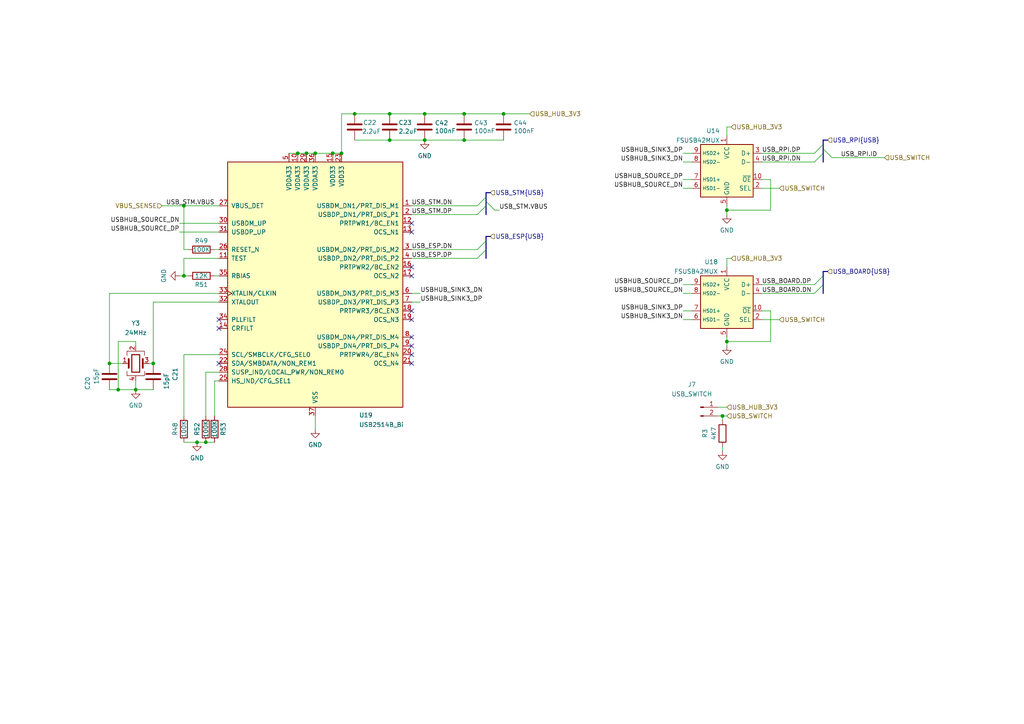
<source format=kicad_sch>
(kicad_sch (version 20211123) (generator eeschema)
  (paper "A4")
  (lib_symbols
    (symbol "Connector:Conn_01x02_Male" (pin_names (offset 1.016) hide)
      (property "Reference" "J" (at 0 2.54 0))
      (property "Value" "Conn_01x02_Male" (at 0 -5.08 0))
      (symbol "Conn_01x02_Male_1_1"
        (polyline (pts (xy 1.27 -2.54) (xy 0.8636 -2.54)) (stroke (width 0.1524)))
        (polyline (pts (xy 1.27 0) (xy 0.8636 0)) (stroke (width 0.1524)))
        (rectangle (start 0.8636 -2.413) (end 0 -2.667) (stroke (width 0.1524)) (fill (type outline)))
        (rectangle (start 0.8636 0.127) (end 0 -0.127) (stroke (width 0.1524)) (fill (type outline)))
        (pin passive line (at 5.08 0 180) (length 3.81) (name "Pin_1") (number "1"))
        (pin passive line (at 5.08 -2.54 180) (length 3.81) (name "Pin_2") (number "2"))
      )
    )
    (symbol "Device:C" (pin_numbers hide) (pin_names (offset 0.254))
      (property "Reference" "C" (at 0.635 2.54 0))
      (property "Value" "C" (at 0.635 -2.54 0))
      (symbol "C_0_1"
        (polyline (pts (xy -2.032 -0.762) (xy 2.032 -0.762)) (stroke (width 0.508)))
        (polyline (pts (xy -2.032 0.762) (xy 2.032 0.762)) (stroke (width 0.508)))
      )
      (symbol "C_1_1"
        (pin passive line (at 0 3.81 270) (length 2.794) (name "~") (number "1"))
        (pin passive line (at 0 -3.81 90) (length 2.794) (name "~") (number "2"))
      )
    )
    (symbol "Device:Crystal_GND24" (pin_names (offset 1.016) hide)
      (property "Reference" "Y" (at 3.175 5.08 0))
      (property "Value" "Crystal_GND24" (at 3.175 3.175 0))
      (symbol "Crystal_GND24_0_1"
        (rectangle (start -1.143 2.54) (end 1.143 -2.54) (stroke (width 0.3048)))
        (polyline (pts (xy -2.54 0) (xy -2.032 0)))
        (polyline (pts (xy -2.032 -1.27) (xy -2.032 1.27)) (stroke (width 0.508)))
        (polyline (pts (xy 0 -3.81) (xy 0 -3.556)))
        (polyline (pts (xy 0 3.556) (xy 0 3.81)))
        (polyline (pts (xy 2.032 -1.27) (xy 2.032 1.27)) (stroke (width 0.508)))
        (polyline (pts (xy 2.032 0) (xy 2.54 0)))
        (polyline (pts (xy -2.54 -2.286) (xy -2.54 -3.556) (xy 2.54 -3.556) (xy 2.54 -2.286)))
        (polyline (pts (xy -2.54 2.286) (xy -2.54 3.556) (xy 2.54 3.556) (xy 2.54 2.286)))
      )
      (symbol "Crystal_GND24_1_1"
        (pin passive line (at -3.81 0 0) (length 1.27) (name "1") (number "1"))
        (pin passive line (at 0 5.08 270) (length 1.27) (name "2") (number "2"))
        (pin passive line (at 3.81 0 180) (length 1.27) (name "3") (number "3"))
        (pin passive line (at 0 -5.08 90) (length 1.27) (name "4") (number "4"))
      )
    )
    (symbol "Device:R" (pin_numbers hide) (pin_names (offset 0))
      (property "Reference" "R" (at 2.032 0 90))
      (property "Value" "R" (at 0 0 90))
      (symbol "R_0_1"
        (rectangle (start -1.016 -2.54) (end 1.016 2.54) (stroke (width 0.254)))
      )
      (symbol "R_1_1"
        (pin passive line (at 0 3.81 270) (length 1.27) (name "~") (number "1"))
        (pin passive line (at 0 -3.81 90) (length 1.27) (name "~") (number "2"))
      )
    )
    (symbol "Interface_USB:FSUSB42MUX"
      (property "Reference" "U" (at -6.35 8.89 0))
      (property "Value" "FSUSB42MUX" (at 7.62 8.89 0))
      (symbol "FSUSB42MUX_0_1"
        (rectangle (start 7.62 7.62) (end -7.62 -7.62) (stroke (width 0.254)) (fill (type background)))
      )
      (symbol "FSUSB42MUX_1_1"
        (pin power_in line (at 0 10.16 270) (length 2.54) (name "VCC") (number "1"))
        (pin input line (at -10.16 -2.54 0) (length 2.54) (name "~{OE}") (number "10"))
        (pin input line (at -10.16 -5.08 0) (length 2.54) (name "SEL") (number "2"))
        (pin bidirectional line (at -10.16 5.08 0) (length 2.54) (name "D+") (number "3"))
        (pin bidirectional line (at -10.16 2.54 0) (length 2.54) (name "D-") (number "4"))
        (pin power_in line (at 0 -10.16 90) (length 2.54) (name "GND") (number "5"))
        (pin bidirectional line (at 10.16 -5.08 180) (length 2.54) (name "HSD1-") (number "6"))
        (pin bidirectional line (at 10.16 -2.54 180) (length 2.54) (name "HSD1+") (number "7"))
        (pin bidirectional line (at 10.16 2.54 180) (length 2.54) (name "HSD2-") (number "8"))
        (pin bidirectional line (at 10.16 5.08 180) (length 2.54) (name "HSD2+") (number "9"))
      )
    )
    (symbol "Interface_USB:USB2514B_Bi" (pin_names (offset 1.016))
      (property "Reference" "U" (at -17.78 40.64 0))
      (property "Value" "USB2514B_Bi" (at -20.32 38.1 0))
      (symbol "USB2514B_Bi_0_1"
        (rectangle (start -25.4 35.56) (end 25.4 -35.56) (stroke (width 0.254)) (fill (type background)))
      )
      (symbol "USB2514B_Bi_1_1"
        (pin bidirectional line (at 27.94 22.86 180) (length 2.54) (name "USBDM_DN1/PRT_DIS_M1") (number "1"))
        (pin power_in line (at -5.08 38.1 270) (length 2.54) (name "VDDA33") (number "10"))
        (pin input line (at -27.94 7.62 0) (length 2.54) (name "TEST") (number "11"))
        (pin bidirectional line (at 27.94 17.78 180) (length 2.54) (name "PRTPWR1/BC_EN1") (number "12"))
        (pin input line (at 27.94 15.24 180) (length 2.54) (name "OCS_N1") (number "13"))
        (pin input line (at -27.94 -12.7 0) (length 2.54) (name "CRFILT") (number "14"))
        (pin power_in line (at 5.08 38.1 270) (length 2.54) (name "VDD33") (number "15"))
        (pin bidirectional line (at 27.94 5.08 180) (length 2.54) (name "PRTPWR2/BC_EN2") (number "16"))
        (pin input line (at 27.94 2.54 180) (length 2.54) (name "OCS_N2") (number "17"))
        (pin bidirectional line (at 27.94 -7.62 180) (length 2.54) (name "PRTPWR3/BC_EN3") (number "18"))
        (pin input line (at 27.94 -10.16 180) (length 2.54) (name "OCS_N3") (number "19"))
        (pin bidirectional line (at 27.94 20.32 180) (length 2.54) (name "USBDP_DN1/PRT_DIS_P1") (number "2"))
        (pin bidirectional line (at 27.94 -20.32 180) (length 2.54) (name "PRTPWR4/BC_EN4") (number "20"))
        (pin input line (at 27.94 -22.86 180) (length 2.54) (name "OCS_N4") (number "21"))
        (pin bidirectional line (at -27.94 -22.86 0) (length 2.54) (name "SDA/SMBDATA/NON_REM1") (number "22"))
        (pin power_in line (at 7.62 38.1 270) (length 2.54) (name "VDD33") (number "23"))
        (pin bidirectional line (at -27.94 -20.32 0) (length 2.54) (name "SCL/SMBCLK/CFG_SEL0") (number "24"))
        (pin bidirectional line (at -27.94 -27.94 0) (length 2.54) (name "HS_IND/CFG_SEL1") (number "25"))
        (pin input line (at -27.94 10.16 0) (length 2.54) (name "RESET_N") (number "26"))
        (pin input line (at -27.94 22.86 0) (length 2.54) (name "VBUS_DET") (number "27"))
        (pin bidirectional line (at -27.94 -25.4 0) (length 2.54) (name "SUSP_IND/LOCAL_PWR/NON_REM0") (number "28"))
        (pin power_in line (at -2.54 38.1 270) (length 2.54) (name "VDDA33") (number "29"))
        (pin bidirectional line (at 27.94 10.16 180) (length 2.54) (name "USBDM_DN2/PRT_DIS_M2") (number "3"))
        (pin bidirectional line (at -27.94 17.78 0) (length 2.54) (name "USBDM_UP") (number "30"))
        (pin bidirectional line (at -27.94 15.24 0) (length 2.54) (name "USBDP_UP") (number "31"))
        (pin output line (at -27.94 -5.08 0) (length 2.54) (name "XTALOUT") (number "32"))
        (pin input clock (at -27.94 -2.54 0) (length 2.54) (name "XTALIN/CLKIN") (number "33"))
        (pin input line (at -27.94 -10.16 0) (length 2.54) (name "PLLFILT") (number "34"))
        (pin input line (at -27.94 2.54 0) (length 2.54) (name "RBIAS") (number "35"))
        (pin power_in line (at 0 38.1 270) (length 2.54) (name "VDDA33") (number "36"))
        (pin power_in line (at 0 -38.1 90) (length 2.54) (name "VSS") (number "37"))
        (pin bidirectional line (at 27.94 7.62 180) (length 2.54) (name "USBDP_DN2/PRT_DIS_P2") (number "4"))
        (pin power_in line (at -7.62 38.1 270) (length 2.54) (name "VDDA33") (number "5"))
        (pin bidirectional line (at 27.94 -2.54 180) (length 2.54) (name "USBDM_DN3/PRT_DIS_M3") (number "6"))
        (pin bidirectional line (at 27.94 -5.08 180) (length 2.54) (name "USBDP_DN3/PRT_DIS_P3") (number "7"))
        (pin bidirectional line (at 27.94 -15.24 180) (length 2.54) (name "USBDM_DN4/PRT_DIS_M4") (number "8"))
        (pin bidirectional line (at 27.94 -17.78 180) (length 2.54) (name "USBDP_DN4/PRT_DIS_P4") (number "9"))
      )
    )
    (symbol "power:GND" (power) (pin_names (offset 0))
      (property "Value" "GND" (at 0 -3.81 0))
      (symbol "GND_0_1"
        (polyline (pts (xy 0 0) (xy 0 -1.27) (xy 1.27 -1.27) (xy 0 -2.54) (xy -1.27 -1.27) (xy 0 -1.27)))
      )
      (symbol "GND_1_1"
        (pin power_in line (at 0 0 270) (length 0) hide (name "GND") (number "1"))
      )
    )
  )
  (junction (at 53.34 80.01))
  (junction (at 96.52 44.45))
  (junction (at 123.19 33.02))
  (junction (at 57.15 128.27))
  (junction (at 134.62 40.64))
  (junction (at 146.05 33.02))
  (junction (at 102.87 33.02))
  (junction (at 44.45 105.41))
  (junction (at 99.06 44.45))
  (junction (at 59.69 128.27))
  (junction (at 210.82 60.96))
  (junction (at 123.19 40.64))
  (junction (at 39.37 113.03))
  (junction (at 31.75 105.41))
  (junction (at 113.03 40.64))
  (junction (at 210.82 99.06))
  (junction (at 86.36 44.45))
  (junction (at 53.34 59.69))
  (junction (at 113.03 33.02))
  (junction (at 134.62 33.02))
  (junction (at 88.9 44.45))
  (junction (at 91.44 44.45))
  (junction (at 209.55 120.65))
  (junction (at 34.29 113.03))
  (no_connect (at 119.38 97.79))
  (no_connect (at 119.38 100.33))
  (no_connect (at 119.38 80.01))
  (no_connect (at 119.38 77.47))
  (no_connect (at 63.5 105.41))
  (no_connect (at 119.38 64.77))
  (no_connect (at 119.38 67.31))
  (no_connect (at 119.38 92.71))
  (no_connect (at 119.38 102.87))
  (no_connect (at 119.38 105.41))
  (no_connect (at 119.38 90.17))
  (no_connect (at 63.5 95.25))
  (no_connect (at 63.5 92.71))
  (bus_entry (at 140.97 57.15) (size -2.54 2.54))
  (bus_entry (at 238.76 80.01) (size -2.54 2.54))
  (bus_entry (at 140.97 59.69) (size -2.54 2.54))
  (bus_entry (at 140.97 69.85) (size -2.54 2.54))
  (bus_entry (at 238.76 82.55) (size -2.54 2.54))
  (bus_entry (at 238.76 44.45) (size -2.54 2.54))
  (bus_entry (at 140.97 72.39) (size -2.54 2.54))
  (bus_entry (at 238.76 41.91) (size -2.54 2.54))
  (bus_entry (at 238.76 43.18) (size 2.54 2.54))
  (bus_entry (at 140.97 58.42) (size 2.54 2.54))
  (wire (pts (xy 208.28 120.65) (xy 209.55 120.65)))
  (wire (pts (xy 46.99 59.69) (xy 53.34 59.69)))
  (wire (pts (xy 53.34 128.27) (xy 57.15 128.27)))
  (wire (pts (xy 210.82 99.06) (xy 210.82 100.33)))
  (wire (pts (xy 208.28 118.11) (xy 210.82 118.11)))
  (wire (pts (xy 210.82 36.83) (xy 210.82 39.37)))
  (wire (pts (xy 223.52 99.06) (xy 210.82 99.06)))
  (wire (pts (xy 53.34 120.65) (xy 53.34 102.87)))
  (wire (pts (xy 43.18 105.41) (xy 44.45 105.41)))
  (wire (pts (xy 86.36 44.45) (xy 88.9 44.45)))
  (wire (pts (xy 220.98 54.61) (xy 226.06 54.61)))
  (wire (pts (xy 209.55 120.65) (xy 209.55 121.92)))
  (wire (pts (xy 99.06 33.02) (xy 102.87 33.02)))
  (wire (pts (xy 44.45 87.63) (xy 63.5 87.63)))
  (wire (pts (xy 52.07 67.31) (xy 63.5 67.31)))
  (wire (pts (xy 53.34 80.01) (xy 54.61 80.01)))
  (wire (pts (xy 198.12 82.55) (xy 200.66 82.55)))
  (wire (pts (xy 119.38 72.39) (xy 138.43 72.39)))
  (bus (pts (xy 238.76 40.64) (xy 240.03 40.64)))
  (bus (pts (xy 238.76 80.01) (xy 238.76 82.55)))
  (wire (pts (xy 119.38 59.69) (xy 138.43 59.69)))
  (wire (pts (xy 39.37 110.49) (xy 39.37 113.03)))
  (wire (pts (xy 212.09 74.93) (xy 210.82 74.93)))
  (wire (pts (xy 113.03 33.02) (xy 123.19 33.02)))
  (wire (pts (xy 220.98 44.45) (xy 236.22 44.45)))
  (wire (pts (xy 210.82 59.69) (xy 210.82 60.96)))
  (wire (pts (xy 53.34 59.69) (xy 63.5 59.69)))
  (wire (pts (xy 53.34 72.39) (xy 53.34 59.69)))
  (wire (pts (xy 62.23 80.01) (xy 63.5 80.01)))
  (wire (pts (xy 198.12 85.09) (xy 200.66 85.09)))
  (bus (pts (xy 140.97 74.93) (xy 140.97 72.39)))
  (wire (pts (xy 96.52 44.45) (xy 99.06 44.45)))
  (wire (pts (xy 31.75 85.09) (xy 63.5 85.09)))
  (bus (pts (xy 140.97 55.88) (xy 142.24 55.88)))
  (wire (pts (xy 34.29 99.06) (xy 34.29 113.03)))
  (wire (pts (xy 198.12 52.07) (xy 200.66 52.07)))
  (wire (pts (xy 59.69 120.65) (xy 59.69 107.95)))
  (wire (pts (xy 210.82 74.93) (xy 210.82 77.47)))
  (wire (pts (xy 53.34 74.93) (xy 53.34 80.01)))
  (wire (pts (xy 146.05 33.02) (xy 153.67 33.02)))
  (wire (pts (xy 119.38 87.63) (xy 121.92 87.63)))
  (wire (pts (xy 209.55 130.81) (xy 209.55 129.54)))
  (wire (pts (xy 52.07 80.01) (xy 53.34 80.01)))
  (wire (pts (xy 39.37 100.33) (xy 39.37 99.06)))
  (wire (pts (xy 31.75 105.41) (xy 35.56 105.41)))
  (wire (pts (xy 198.12 92.71) (xy 200.66 92.71)))
  (wire (pts (xy 62.23 120.65) (xy 62.23 110.49)))
  (wire (pts (xy 102.87 33.02) (xy 113.03 33.02)))
  (wire (pts (xy 59.69 107.95) (xy 63.5 107.95)))
  (bus (pts (xy 238.76 78.74) (xy 240.03 78.74)))
  (bus (pts (xy 140.97 69.85) (xy 140.97 68.58)))
  (wire (pts (xy 44.45 87.63) (xy 44.45 105.41)))
  (wire (pts (xy 119.38 62.23) (xy 138.43 62.23)))
  (wire (pts (xy 39.37 99.06) (xy 34.29 99.06)))
  (bus (pts (xy 238.76 40.64) (xy 238.76 41.91)))
  (wire (pts (xy 220.98 46.99) (xy 236.22 46.99)))
  (wire (pts (xy 34.29 113.03) (xy 39.37 113.03)))
  (bus (pts (xy 140.97 59.69) (xy 140.97 58.42)))
  (wire (pts (xy 99.06 44.45) (xy 99.06 33.02)))
  (wire (pts (xy 223.52 60.96) (xy 210.82 60.96)))
  (wire (pts (xy 134.62 33.02) (xy 146.05 33.02)))
  (bus (pts (xy 238.76 43.18) (xy 238.76 44.45)))
  (wire (pts (xy 102.87 40.64) (xy 113.03 40.64)))
  (wire (pts (xy 54.61 72.39) (xy 53.34 72.39)))
  (wire (pts (xy 59.69 128.27) (xy 62.23 128.27)))
  (wire (pts (xy 39.37 113.03) (xy 44.45 113.03)))
  (wire (pts (xy 209.55 120.65) (xy 210.82 120.65)))
  (wire (pts (xy 210.82 60.96) (xy 210.82 62.23)))
  (wire (pts (xy 210.82 97.79) (xy 210.82 99.06)))
  (wire (pts (xy 91.44 120.65) (xy 91.44 124.46)))
  (wire (pts (xy 119.38 74.93) (xy 138.43 74.93)))
  (bus (pts (xy 238.76 82.55) (xy 238.76 85.09)))
  (wire (pts (xy 31.75 85.09) (xy 31.75 105.41)))
  (wire (pts (xy 62.23 110.49) (xy 63.5 110.49)))
  (wire (pts (xy 113.03 40.64) (xy 123.19 40.64)))
  (wire (pts (xy 31.75 113.03) (xy 34.29 113.03)))
  (wire (pts (xy 52.07 64.77) (xy 63.5 64.77)))
  (wire (pts (xy 119.38 85.09) (xy 121.92 85.09)))
  (wire (pts (xy 53.34 74.93) (xy 63.5 74.93)))
  (wire (pts (xy 220.98 90.17) (xy 223.52 90.17)))
  (bus (pts (xy 140.97 72.39) (xy 140.97 69.85)))
  (wire (pts (xy 198.12 90.17) (xy 200.66 90.17)))
  (wire (pts (xy 88.9 44.45) (xy 91.44 44.45)))
  (wire (pts (xy 53.34 102.87) (xy 63.5 102.87)))
  (wire (pts (xy 143.51 60.96) (xy 144.78 60.96)))
  (wire (pts (xy 198.12 46.99) (xy 200.66 46.99)))
  (wire (pts (xy 223.52 60.96) (xy 223.52 52.07)))
  (bus (pts (xy 140.97 58.42) (xy 140.97 57.15)))
  (bus (pts (xy 238.76 46.99) (xy 238.76 44.45)))
  (bus (pts (xy 140.97 62.23) (xy 140.97 59.69)))
  (bus (pts (xy 238.76 41.91) (xy 238.76 43.18)))
  (wire (pts (xy 57.15 128.27) (xy 59.69 128.27)))
  (wire (pts (xy 212.09 36.83) (xy 210.82 36.83)))
  (wire (pts (xy 220.98 85.09) (xy 236.22 85.09)))
  (wire (pts (xy 198.12 44.45) (xy 200.66 44.45)))
  (wire (pts (xy 241.3 45.72) (xy 256.54 45.72)))
  (wire (pts (xy 83.82 44.45) (xy 86.36 44.45)))
  (wire (pts (xy 123.19 33.02) (xy 134.62 33.02)))
  (wire (pts (xy 62.23 72.39) (xy 63.5 72.39)))
  (wire (pts (xy 220.98 92.71) (xy 226.06 92.71)))
  (wire (pts (xy 220.98 82.55) (xy 236.22 82.55)))
  (wire (pts (xy 223.52 52.07) (xy 220.98 52.07)))
  (bus (pts (xy 238.76 78.74) (xy 238.76 80.01)))
  (wire (pts (xy 223.52 99.06) (xy 223.52 90.17)))
  (bus (pts (xy 140.97 68.58) (xy 142.24 68.58)))
  (wire (pts (xy 91.44 44.45) (xy 96.52 44.45)))
  (wire (pts (xy 134.62 40.64) (xy 146.05 40.64)))
  (wire (pts (xy 123.19 40.64) (xy 134.62 40.64)))
  (bus (pts (xy 140.97 57.15) (xy 140.97 55.88)))
  (wire (pts (xy 198.12 54.61) (xy 200.66 54.61)))
  (label "USB_ESP.DP" (at 119.38 74.93 0))
  (label "USB_STM.VBUS" (at 62.23 59.69 180))
  (label "USBHUB_SOURCE_DP" (at 198.12 82.55 180))
  (label "USBHUB_SOURCE_DN" (at 198.12 54.61 180))
  (label "USB_BOARD.DN" (at 220.98 85.09 0))
  (label "USB_BOARD.DP" (at 220.98 82.55 0))
  (label "USBHUB_SINK3_DN" (at 198.12 46.99 180))
  (label "USBHUB_SOURCE_DN" (at 198.12 85.09 180))
  (label "USB_RPI.ID" (at 243.84 45.72 0))
  (label "USB_RPI.DP" (at 220.98 44.45 0))
  (label "USBHUB_SOURCE_DP" (at 52.07 67.31 180))
  (label "USB_STM.DP" (at 119.38 62.23 0))
  (label "USBHUB_SINK3_DN" (at 121.92 85.09 0))
  (label "USB_RPI.DN" (at 220.98 46.99 0))
  (label "USBHUB_SOURCE_DN" (at 52.07 64.77 180))
  (label "USBHUB_SINK3_DP" (at 198.12 44.45 180))
  (label "USB_STM.VBUS" (at 144.78 60.96 0))
  (label "USB_STM.DN" (at 119.38 59.69 0))
  (label "USBHUB_SINK3_DP" (at 121.92 87.63 0))
  (label "USBHUB_SINK3_DN" (at 198.12 92.71 180))
  (label "USBHUB_SINK3_DP" (at 198.12 90.17 180))
  (label "USBHUB_SOURCE_DP" (at 198.12 52.07 180))
  (label "USB_ESP.DN" (at 119.38 72.39 0))
  (hierarchical_label "USB_HUB_3V3" (shape input) (at 212.09 74.93 0))
  (hierarchical_label "USB_SWITCH" (shape input) (at 256.54 45.72 0))
  (hierarchical_label "USB_STM{USB}" (shape input) (at 142.24 55.88 0))
  (hierarchical_label "USB_HUB_3V3" (shape input) (at 210.82 118.11 0))
  (hierarchical_label "USB_SWITCH" (shape input) (at 226.06 92.71 0))
  (hierarchical_label "VBUS_SENSE" (shape input) (at 46.99 59.69 180))
  (hierarchical_label "USB_HUB_3V3" (shape input) (at 212.09 36.83 0))
  (hierarchical_label "USB_HUB_3V3" (shape input) (at 153.67 33.02 0))
  (hierarchical_label "USB_RPI{USB}" (shape input) (at 240.03 40.64 0))
  (hierarchical_label "USB_SWITCH" (shape input) (at 210.82 120.65 0))
  (hierarchical_label "USB_SWITCH" (shape input) (at 226.06 54.61 0))
  (hierarchical_label "USB_ESP{USB}" (shape input) (at 142.24 68.58 0))
  (hierarchical_label "USB_BOARD{USB}" (shape input) (at 240.03 78.74 0))
  (symbol (lib_id "Device:R") (at 59.69 124.46 0) (unit 1)
    (property "Reference" "R52" (at 57.15 124.46 90))
    (property "Value" "100K" (at 59.69 124.46 90))
    (property "Footprint" "Resistor_SMD:R_0402_1005Metric" (effects hide))
    (property "Manufacturer_Part_Number" "0402WGF100KTCE" (effects hide))
  )
  (symbol (lib_id "Device:R") (at 58.42 72.39 270) (unit 1)
    (property "Reference" "R49" (at 58.42 69.85 90))
    (property "Value" "100K" (at 58.42 72.39 90))
    (property "Footprint" "Resistor_SMD:R_0402_1005Metric" (effects hide))
    (property "Manufacturer_Part_Number" "0402WGF100KTCE" (effects hide))
  )
  (symbol (lib_id "Interface_USB:USB2514B_Bi") (at 91.44 82.55 0) (unit 1)
    (property "Reference" "U19" (at 104.14 120.4149 0) (effects (justify left)))
    (property "Value" "USB2514B_Bi" (at 104.14 123.19 0) (effects (justify left)))
    (property "Footprint" "Package_DFN_QFN:QFN-36-1EP_6x6mm_P0.5mm_EP3.7x3.7mm" (effects hide))
    (property "Datasheet" "http://ww1.microchip.com/downloads/en/DeviceDoc/00001692C.pdf" (effects hide))
    (property "Manufacturer_Part_Number" "USB2514B-AEZC-TR" (effects hide))
  )
  (symbol (lib_id "Device:R") (at 53.34 124.46 0) (unit 1)
    (property "Reference" "R48" (at 50.8 124.46 90))
    (property "Value" "100K" (at 53.34 124.46 90))
    (property "Footprint" "Resistor_SMD:R_0402_1005Metric" (effects hide))
    (property "Manufacturer_Part_Number" "0402WGF100KTCE" (effects hide))
  )
  (symbol (lib_id "Interface_USB:FSUSB42MUX") (at 210.82 87.63 0) (mirror y) (unit 1)
    (property "Reference" "U18" (at 208.28 75.9649 0) (effects (justify left)))
    (property "Value" "FSUSB42MUX" (at 208.28 78.74 0) (effects (justify left)))
    (property "Footprint" "Package_DFN_QFN:UQFN-10_1.4x1.8mm_P0.4mm" (effects hide))
    (property "Datasheet" "https://www.onsemi.com/pub/Collateral/FSUSB42-D.PDF" (effects hide))
    (property "Manufacturer_Part_Number" "FSUSB42UMX" (effects hide))
  )
  (symbol (lib_id "power:GND") (at 57.15 128.27 0) (unit 1)
    (property "Reference" "#PWR0154" (effects hide))
    (property "Value" "GND" (at 57.15 132.8325 0))
  )
  (symbol (lib_id "Device:R") (at 209.55 125.73 0) (unit 1)
    (property "Reference" "R3" (at 204.47 125.73 90))
    (property "Value" "4K7" (at 207.01 125.73 90))
    (property "Footprint" "Resistor_SMD:R_0402_1005Metric" (effects hide))
    (property "Manufacturer_Part_Number" "0402WGF4701TCE" (effects hide))
  )
  (symbol (lib_id "Device:R") (at 62.23 124.46 180) (unit 1)
    (property "Reference" "R53" (at 64.77 124.46 90))
    (property "Value" "100K" (at 62.23 124.46 90))
    (property "Footprint" "Resistor_SMD:R_0402_1005Metric" (effects hide))
    (property "Manufacturer_Part_Number" "0402WGF100KTCE" (effects hide))
  )
  (symbol (lib_id "power:GND") (at 39.37 113.03 0) (unit 1)
    (property "Reference" "#PWR0155" (effects hide))
    (property "Value" "GND" (at 39.37 117.5925 0))
  )
  (symbol (lib_id "Device:C") (at 113.03 36.83 0) (unit 1)
    (property "Reference" "C23" (at 115.57 35.56 0) (effects (justify left)))
    (property "Value" "2.2uF" (at 115.57 38.1 0) (effects (justify left)))
    (property "Footprint" "Capacitor_SMD:C_0402_1005Metric" (effects hide))
    (property "Manufacturer_Part_Number" "CL05A225MQ5NSNC" (effects hide))
  )
  (symbol (lib_id "power:GND") (at 210.82 62.23 0) (unit 1)
    (property "Reference" "#PWR0106" (effects hide))
    (property "Value" "GND" (at 210.82 66.7925 0))
  )
  (symbol (lib_id "Device:C") (at 44.45 109.22 0) (unit 1)
    (property "Reference" "C21" (at 50.8 110.49 90) (effects (justify left)))
    (property "Value" "15pF" (at 48.26 113.03 90) (effects (justify left)))
    (property "Footprint" "Capacitor_SMD:C_0402_1005Metric" (effects hide))
    (property "Manufacturer_Part_Number" "0402CG150J500NT" (effects hide))
  )
  (symbol (lib_id "Connector:Conn_01x02_Male") (at 203.2 118.11 0) (unit 1)
    (property "Reference" "J7" (at 200.66 111.5249 0))
    (property "Value" "USB_SWITCH" (at 200.66 114.3 0))
    (property "Footprint" "Connector_PinHeader_2.54mm:PinHeader_1x02_P2.54mm_Vertical" (effects hide))
  )
  (symbol (lib_id "Device:Crystal_GND24") (at 39.37 105.41 0) (unit 1)
    (property "Reference" "Y3" (at 39.37 93.7449 0))
    (property "Value" "24MHz" (at 39.37 96.52 0))
    (property "Footprint" "Crystal:Crystal_SMD_2016-4Pin_2.0x1.6mm" (effects hide))
    (property "Manufacturer_Part_Number" "OT201624MJBA4SL" (effects hide))
  )
  (symbol (lib_id "Device:C") (at 146.05 36.83 0) (unit 1)
    (property "Reference" "C44" (at 148.971 35.6616 0) (effects (justify left)))
    (property "Value" "100nF" (at 148.971 37.973 0) (effects (justify left)))
    (property "Footprint" "Capacitor_SMD:C_0402_1005Metric" (effects hide))
    (property "Manufacturer_Part_Number" "CL05B104KB54PNC" (effects hide))
  )
  (symbol (lib_id "Device:C") (at 102.87 36.83 180) (unit 1)
    (property "Reference" "C22" (at 109.22 35.56 0) (effects (justify left)))
    (property "Value" "2.2uF" (at 110.49 38.1 0) (effects (justify left)))
    (property "Footprint" "Capacitor_SMD:C_0402_1005Metric" (effects hide))
    (property "Manufacturer_Part_Number" "CL05A225MQ5NSNC" (effects hide))
  )
  (symbol (lib_id "Device:C") (at 31.75 109.22 180) (unit 1)
    (property "Reference" "C20" (at 25.4 109.22 90) (effects (justify left)))
    (property "Value" "15pF" (at 27.94 106.68 90) (effects (justify left)))
    (property "Footprint" "Capacitor_SMD:C_0402_1005Metric" (effects hide))
    (property "Manufacturer_Part_Number" "0402CG150J500NT" (effects hide))
  )
  (symbol (lib_id "Device:R") (at 58.42 80.01 90) (unit 1)
    (property "Reference" "R51" (at 58.42 82.55 90))
    (property "Value" "12K" (at 58.42 80.01 90))
    (property "Footprint" "Resistor_SMD:R_0402_1005Metric" (effects hide))
    (property "Manufacturer_Part_Number" "RT0402BRD0712K1L" (effects hide))
  )
  (symbol (lib_id "power:GND") (at 210.82 100.33 0) (unit 1)
    (property "Reference" "#PWR0150" (effects hide))
    (property "Value" "GND" (at 210.82 104.8925 0))
  )
  (symbol (lib_id "Interface_USB:FSUSB42MUX") (at 210.82 49.53 0) (mirror y) (unit 1)
    (property "Reference" "U14" (at 208.8006 37.9435 0) (effects (justify left)))
    (property "Value" "FSUSB42MUX" (at 208.8006 40.7186 0) (effects (justify left)))
    (property "Footprint" "Package_DFN_QFN:UQFN-10_1.4x1.8mm_P0.4mm" (effects hide))
    (property "Datasheet" "https://www.onsemi.com/pub/Collateral/FSUSB42-D.PDF" (effects hide))
    (property "Manufacturer_Part_Number" "FSUSB42UMX" (effects hide))
  )
  (symbol (lib_id "Device:C") (at 134.62 36.83 0) (unit 1)
    (property "Reference" "C43" (at 137.541 35.6616 0) (effects (justify left)))
    (property "Value" "100nF" (at 137.541 37.973 0) (effects (justify left)))
    (property "Footprint" "Capacitor_SMD:C_0402_1005Metric" (effects hide))
    (property "Manufacturer_Part_Number" "CL05B104KB54PNC" (effects hide))
  )
  (symbol (lib_id "power:GND") (at 52.07 80.01 270) (unit 1)
    (property "Reference" "#PWR0151" (effects hide))
    (property "Value" "GND" (at 47.5075 80.01 0))
  )
  (symbol (lib_id "power:GND") (at 91.44 124.46 0) (unit 1)
    (property "Reference" "#PWR0152" (effects hide))
    (property "Value" "GND" (at 91.44 129.0225 0))
  )
  (symbol (lib_id "Device:C") (at 123.19 36.83 0) (unit 1)
    (property "Reference" "C42" (at 126.111 35.6616 0) (effects (justify left)))
    (property "Value" "100nF" (at 126.111 37.973 0) (effects (justify left)))
    (property "Footprint" "Capacitor_SMD:C_0402_1005Metric" (effects hide))
    (property "Manufacturer_Part_Number" "CL05B104KB54PNC" (effects hide))
  )
  (symbol (lib_id "power:GND") (at 123.19 40.64 0) (unit 1)
    (property "Reference" "#PWR0127" (effects hide))
    (property "Value" "GND" (at 123.19 45.2025 0))
  )
  (symbol (lib_id "power:GND") (at 209.55 130.81 0) (mirror y) (unit 1)
    (property "Reference" "#PWR0107" (effects hide))
    (property "Value" "GND" (at 209.55 135.3725 0))
  )
)
</source>
